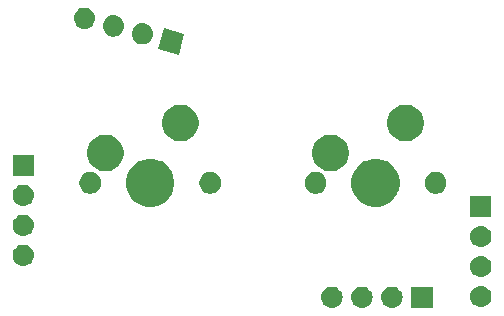
<source format=gbr>
G04 #@! TF.GenerationSoftware,KiCad,Pcbnew,(5.1.4)-1*
G04 #@! TF.CreationDate,2023-05-19T09:16:21-04:00*
G04 #@! TF.ProjectId,ThumbsUp,5468756d-6273-4557-902e-6b696361645f,rev?*
G04 #@! TF.SameCoordinates,Original*
G04 #@! TF.FileFunction,Soldermask,Top*
G04 #@! TF.FilePolarity,Negative*
%FSLAX46Y46*%
G04 Gerber Fmt 4.6, Leading zero omitted, Abs format (unit mm)*
G04 Created by KiCad (PCBNEW (5.1.4)-1) date 2023-05-19 09:16:21*
%MOMM*%
%LPD*%
G04 APERTURE LIST*
%ADD10C,0.100000*%
G04 APERTURE END LIST*
D10*
G36*
X191207132Y-357932045D02*
G01*
X189405132Y-357932045D01*
X189405132Y-356130045D01*
X191207132Y-356130045D01*
X191207132Y-357932045D01*
X191207132Y-357932045D01*
G37*
G36*
X185336574Y-356136563D02*
G01*
X185402759Y-356143082D01*
X185572598Y-356194602D01*
X185729123Y-356278267D01*
X185764861Y-356307597D01*
X185866318Y-356390859D01*
X185949580Y-356492316D01*
X185978910Y-356528054D01*
X186062575Y-356684579D01*
X186114095Y-356854418D01*
X186131491Y-357031045D01*
X186114095Y-357207672D01*
X186062575Y-357377511D01*
X185978910Y-357534036D01*
X185949580Y-357569774D01*
X185866318Y-357671231D01*
X185764861Y-357754493D01*
X185729123Y-357783823D01*
X185572598Y-357867488D01*
X185402759Y-357919008D01*
X185336574Y-357925527D01*
X185270392Y-357932045D01*
X185181872Y-357932045D01*
X185115690Y-357925527D01*
X185049505Y-357919008D01*
X184879666Y-357867488D01*
X184723141Y-357783823D01*
X184687403Y-357754493D01*
X184585946Y-357671231D01*
X184502684Y-357569774D01*
X184473354Y-357534036D01*
X184389689Y-357377511D01*
X184338169Y-357207672D01*
X184320773Y-357031045D01*
X184338169Y-356854418D01*
X184389689Y-356684579D01*
X184473354Y-356528054D01*
X184502684Y-356492316D01*
X184585946Y-356390859D01*
X184687403Y-356307597D01*
X184723141Y-356278267D01*
X184879666Y-356194602D01*
X185049505Y-356143082D01*
X185115690Y-356136563D01*
X185181872Y-356130045D01*
X185270392Y-356130045D01*
X185336574Y-356136563D01*
X185336574Y-356136563D01*
G37*
G36*
X182796574Y-356136563D02*
G01*
X182862759Y-356143082D01*
X183032598Y-356194602D01*
X183189123Y-356278267D01*
X183224861Y-356307597D01*
X183326318Y-356390859D01*
X183409580Y-356492316D01*
X183438910Y-356528054D01*
X183522575Y-356684579D01*
X183574095Y-356854418D01*
X183591491Y-357031045D01*
X183574095Y-357207672D01*
X183522575Y-357377511D01*
X183438910Y-357534036D01*
X183409580Y-357569774D01*
X183326318Y-357671231D01*
X183224861Y-357754493D01*
X183189123Y-357783823D01*
X183032598Y-357867488D01*
X182862759Y-357919008D01*
X182796574Y-357925527D01*
X182730392Y-357932045D01*
X182641872Y-357932045D01*
X182575690Y-357925527D01*
X182509505Y-357919008D01*
X182339666Y-357867488D01*
X182183141Y-357783823D01*
X182147403Y-357754493D01*
X182045946Y-357671231D01*
X181962684Y-357569774D01*
X181933354Y-357534036D01*
X181849689Y-357377511D01*
X181798169Y-357207672D01*
X181780773Y-357031045D01*
X181798169Y-356854418D01*
X181849689Y-356684579D01*
X181933354Y-356528054D01*
X181962684Y-356492316D01*
X182045946Y-356390859D01*
X182147403Y-356307597D01*
X182183141Y-356278267D01*
X182339666Y-356194602D01*
X182509505Y-356143082D01*
X182575690Y-356136563D01*
X182641872Y-356130045D01*
X182730392Y-356130045D01*
X182796574Y-356136563D01*
X182796574Y-356136563D01*
G37*
G36*
X187876574Y-356136563D02*
G01*
X187942759Y-356143082D01*
X188112598Y-356194602D01*
X188269123Y-356278267D01*
X188304861Y-356307597D01*
X188406318Y-356390859D01*
X188489580Y-356492316D01*
X188518910Y-356528054D01*
X188602575Y-356684579D01*
X188654095Y-356854418D01*
X188671491Y-357031045D01*
X188654095Y-357207672D01*
X188602575Y-357377511D01*
X188518910Y-357534036D01*
X188489580Y-357569774D01*
X188406318Y-357671231D01*
X188304861Y-357754493D01*
X188269123Y-357783823D01*
X188112598Y-357867488D01*
X187942759Y-357919008D01*
X187876574Y-357925527D01*
X187810392Y-357932045D01*
X187721872Y-357932045D01*
X187655690Y-357925527D01*
X187589505Y-357919008D01*
X187419666Y-357867488D01*
X187263141Y-357783823D01*
X187227403Y-357754493D01*
X187125946Y-357671231D01*
X187042684Y-357569774D01*
X187013354Y-357534036D01*
X186929689Y-357377511D01*
X186878169Y-357207672D01*
X186860773Y-357031045D01*
X186878169Y-356854418D01*
X186929689Y-356684579D01*
X187013354Y-356528054D01*
X187042684Y-356492316D01*
X187125946Y-356390859D01*
X187227403Y-356307597D01*
X187263141Y-356278267D01*
X187419666Y-356194602D01*
X187589505Y-356143082D01*
X187655690Y-356136563D01*
X187721872Y-356130045D01*
X187810392Y-356130045D01*
X187876574Y-356136563D01*
X187876574Y-356136563D01*
G37*
G36*
X195387430Y-356069092D02*
G01*
X195453614Y-356075610D01*
X195623453Y-356127130D01*
X195779978Y-356210795D01*
X195815716Y-356240125D01*
X195917173Y-356323387D01*
X196000435Y-356424844D01*
X196029765Y-356460582D01*
X196113430Y-356617107D01*
X196164950Y-356786946D01*
X196182346Y-356963573D01*
X196164950Y-357140200D01*
X196113430Y-357310039D01*
X196029765Y-357466564D01*
X196000435Y-357502302D01*
X195917173Y-357603759D01*
X195815716Y-357687021D01*
X195779978Y-357716351D01*
X195623453Y-357800016D01*
X195453614Y-357851536D01*
X195387430Y-357858054D01*
X195321247Y-357864573D01*
X195232727Y-357864573D01*
X195166544Y-357858054D01*
X195100360Y-357851536D01*
X194930521Y-357800016D01*
X194773996Y-357716351D01*
X194738258Y-357687021D01*
X194636801Y-357603759D01*
X194553539Y-357502302D01*
X194524209Y-357466564D01*
X194440544Y-357310039D01*
X194389024Y-357140200D01*
X194371628Y-356963573D01*
X194389024Y-356786946D01*
X194440544Y-356617107D01*
X194524209Y-356460582D01*
X194553539Y-356424844D01*
X194636801Y-356323387D01*
X194738258Y-356240125D01*
X194773996Y-356210795D01*
X194930521Y-356127130D01*
X195100360Y-356075610D01*
X195166544Y-356069092D01*
X195232727Y-356062573D01*
X195321247Y-356062573D01*
X195387430Y-356069092D01*
X195387430Y-356069092D01*
G37*
G36*
X195387429Y-353529091D02*
G01*
X195453614Y-353535610D01*
X195623453Y-353587130D01*
X195779978Y-353670795D01*
X195815716Y-353700125D01*
X195917173Y-353783387D01*
X196000435Y-353884844D01*
X196029765Y-353920582D01*
X196113430Y-354077107D01*
X196164950Y-354246946D01*
X196182346Y-354423573D01*
X196164950Y-354600200D01*
X196113430Y-354770039D01*
X196029765Y-354926564D01*
X196000435Y-354962302D01*
X195917173Y-355063759D01*
X195815716Y-355147021D01*
X195779978Y-355176351D01*
X195623453Y-355260016D01*
X195453614Y-355311536D01*
X195387429Y-355318055D01*
X195321247Y-355324573D01*
X195232727Y-355324573D01*
X195166545Y-355318055D01*
X195100360Y-355311536D01*
X194930521Y-355260016D01*
X194773996Y-355176351D01*
X194738258Y-355147021D01*
X194636801Y-355063759D01*
X194553539Y-354962302D01*
X194524209Y-354926564D01*
X194440544Y-354770039D01*
X194389024Y-354600200D01*
X194371628Y-354423573D01*
X194389024Y-354246946D01*
X194440544Y-354077107D01*
X194524209Y-353920582D01*
X194553539Y-353884844D01*
X194636801Y-353783387D01*
X194738258Y-353700125D01*
X194773996Y-353670795D01*
X194930521Y-353587130D01*
X195100360Y-353535610D01*
X195166545Y-353529091D01*
X195232727Y-353522573D01*
X195321247Y-353522573D01*
X195387429Y-353529091D01*
X195387429Y-353529091D01*
G37*
G36*
X156664932Y-352584621D02*
G01*
X156731116Y-352591139D01*
X156900955Y-352642659D01*
X157057480Y-352726324D01*
X157093218Y-352755654D01*
X157194675Y-352838916D01*
X157277937Y-352940373D01*
X157307267Y-352976111D01*
X157390932Y-353132636D01*
X157442452Y-353302475D01*
X157459848Y-353479102D01*
X157442452Y-353655729D01*
X157390932Y-353825568D01*
X157307267Y-353982093D01*
X157277937Y-354017831D01*
X157194675Y-354119288D01*
X157093218Y-354202550D01*
X157057480Y-354231880D01*
X156900955Y-354315545D01*
X156731116Y-354367065D01*
X156664931Y-354373584D01*
X156598749Y-354380102D01*
X156510229Y-354380102D01*
X156444047Y-354373584D01*
X156377862Y-354367065D01*
X156208023Y-354315545D01*
X156051498Y-354231880D01*
X156015760Y-354202550D01*
X155914303Y-354119288D01*
X155831041Y-354017831D01*
X155801711Y-353982093D01*
X155718046Y-353825568D01*
X155666526Y-353655729D01*
X155649130Y-353479102D01*
X155666526Y-353302475D01*
X155718046Y-353132636D01*
X155801711Y-352976111D01*
X155831041Y-352940373D01*
X155914303Y-352838916D01*
X156015760Y-352755654D01*
X156051498Y-352726324D01*
X156208023Y-352642659D01*
X156377862Y-352591139D01*
X156444046Y-352584621D01*
X156510229Y-352578102D01*
X156598749Y-352578102D01*
X156664932Y-352584621D01*
X156664932Y-352584621D01*
G37*
G36*
X195387430Y-350989092D02*
G01*
X195453614Y-350995610D01*
X195623453Y-351047130D01*
X195779978Y-351130795D01*
X195815716Y-351160125D01*
X195917173Y-351243387D01*
X196000435Y-351344844D01*
X196029765Y-351380582D01*
X196113430Y-351537107D01*
X196164950Y-351706946D01*
X196182346Y-351883573D01*
X196164950Y-352060200D01*
X196113430Y-352230039D01*
X196029765Y-352386564D01*
X196000435Y-352422302D01*
X195917173Y-352523759D01*
X195835069Y-352591139D01*
X195779978Y-352636351D01*
X195623453Y-352720016D01*
X195453614Y-352771536D01*
X195387429Y-352778055D01*
X195321247Y-352784573D01*
X195232727Y-352784573D01*
X195166545Y-352778055D01*
X195100360Y-352771536D01*
X194930521Y-352720016D01*
X194773996Y-352636351D01*
X194718905Y-352591139D01*
X194636801Y-352523759D01*
X194553539Y-352422302D01*
X194524209Y-352386564D01*
X194440544Y-352230039D01*
X194389024Y-352060200D01*
X194371628Y-351883573D01*
X194389024Y-351706946D01*
X194440544Y-351537107D01*
X194524209Y-351380582D01*
X194553539Y-351344844D01*
X194636801Y-351243387D01*
X194738258Y-351160125D01*
X194773996Y-351130795D01*
X194930521Y-351047130D01*
X195100360Y-350995610D01*
X195166544Y-350989092D01*
X195232727Y-350982573D01*
X195321247Y-350982573D01*
X195387430Y-350989092D01*
X195387430Y-350989092D01*
G37*
G36*
X156664932Y-350044621D02*
G01*
X156731116Y-350051139D01*
X156900955Y-350102659D01*
X157057480Y-350186324D01*
X157093218Y-350215654D01*
X157194675Y-350298916D01*
X157277937Y-350400373D01*
X157307267Y-350436111D01*
X157390932Y-350592636D01*
X157442452Y-350762475D01*
X157459848Y-350939102D01*
X157442452Y-351115729D01*
X157390932Y-351285568D01*
X157307267Y-351442093D01*
X157277937Y-351477831D01*
X157194675Y-351579288D01*
X157093218Y-351662550D01*
X157057480Y-351691880D01*
X156900955Y-351775545D01*
X156731116Y-351827065D01*
X156664931Y-351833584D01*
X156598749Y-351840102D01*
X156510229Y-351840102D01*
X156444047Y-351833584D01*
X156377862Y-351827065D01*
X156208023Y-351775545D01*
X156051498Y-351691880D01*
X156015760Y-351662550D01*
X155914303Y-351579288D01*
X155831041Y-351477831D01*
X155801711Y-351442093D01*
X155718046Y-351285568D01*
X155666526Y-351115729D01*
X155649130Y-350939102D01*
X155666526Y-350762475D01*
X155718046Y-350592636D01*
X155801711Y-350436111D01*
X155831041Y-350400373D01*
X155914303Y-350298916D01*
X156015760Y-350215654D01*
X156051498Y-350186324D01*
X156208023Y-350102659D01*
X156377862Y-350051139D01*
X156444046Y-350044621D01*
X156510229Y-350038102D01*
X156598749Y-350038102D01*
X156664932Y-350044621D01*
X156664932Y-350044621D01*
G37*
G36*
X196177987Y-350244573D02*
G01*
X194375987Y-350244573D01*
X194375987Y-348442573D01*
X196177987Y-348442573D01*
X196177987Y-350244573D01*
X196177987Y-350244573D01*
G37*
G36*
X186976019Y-345385602D02*
G01*
X187194019Y-345475901D01*
X187348168Y-345539751D01*
X187683093Y-345763541D01*
X187967922Y-346048370D01*
X188191712Y-346383295D01*
X188224107Y-346461504D01*
X188345861Y-346755444D01*
X188424445Y-347150512D01*
X188424445Y-347553324D01*
X188345861Y-347948392D01*
X188294996Y-348071190D01*
X188191712Y-348320541D01*
X187967922Y-348655466D01*
X187683093Y-348940295D01*
X187348168Y-349164085D01*
X187194019Y-349227935D01*
X186976019Y-349318234D01*
X186580951Y-349396818D01*
X186178139Y-349396818D01*
X185783071Y-349318234D01*
X185565071Y-349227935D01*
X185410922Y-349164085D01*
X185075997Y-348940295D01*
X184791168Y-348655466D01*
X184567378Y-348320541D01*
X184464094Y-348071190D01*
X184413229Y-347948392D01*
X184334645Y-347553324D01*
X184334645Y-347150512D01*
X184413229Y-346755444D01*
X184534983Y-346461504D01*
X184567378Y-346383295D01*
X184791168Y-346048370D01*
X185075997Y-345763541D01*
X185410922Y-345539751D01*
X185565071Y-345475901D01*
X185783071Y-345385602D01*
X186178139Y-345307018D01*
X186580951Y-345307018D01*
X186976019Y-345385602D01*
X186976019Y-345385602D01*
G37*
G36*
X167896474Y-345385602D02*
G01*
X168114474Y-345475901D01*
X168268623Y-345539751D01*
X168603548Y-345763541D01*
X168888377Y-346048370D01*
X169112167Y-346383295D01*
X169144562Y-346461504D01*
X169266316Y-346755444D01*
X169344900Y-347150512D01*
X169344900Y-347553324D01*
X169266316Y-347948392D01*
X169215451Y-348071190D01*
X169112167Y-348320541D01*
X168888377Y-348655466D01*
X168603548Y-348940295D01*
X168268623Y-349164085D01*
X168114474Y-349227935D01*
X167896474Y-349318234D01*
X167501406Y-349396818D01*
X167098594Y-349396818D01*
X166703526Y-349318234D01*
X166485526Y-349227935D01*
X166331377Y-349164085D01*
X165996452Y-348940295D01*
X165711623Y-348655466D01*
X165487833Y-348320541D01*
X165384549Y-348071190D01*
X165333684Y-347948392D01*
X165255100Y-347553324D01*
X165255100Y-347150512D01*
X165333684Y-346755444D01*
X165455438Y-346461504D01*
X165487833Y-346383295D01*
X165711623Y-346048370D01*
X165996452Y-345763541D01*
X166331377Y-345539751D01*
X166485526Y-345475901D01*
X166703526Y-345385602D01*
X167098594Y-345307018D01*
X167501406Y-345307018D01*
X167896474Y-345385602D01*
X167896474Y-345385602D01*
G37*
G36*
X156664932Y-347504621D02*
G01*
X156731116Y-347511139D01*
X156900955Y-347562659D01*
X157057480Y-347646324D01*
X157093218Y-347675654D01*
X157194675Y-347758916D01*
X157277937Y-347860373D01*
X157307267Y-347896111D01*
X157390932Y-348052636D01*
X157442452Y-348222475D01*
X157459848Y-348399102D01*
X157442452Y-348575729D01*
X157390932Y-348745568D01*
X157307267Y-348902093D01*
X157277937Y-348937831D01*
X157194675Y-349039288D01*
X157093218Y-349122550D01*
X157057480Y-349151880D01*
X156900955Y-349235545D01*
X156731116Y-349287065D01*
X156664932Y-349293583D01*
X156598749Y-349300102D01*
X156510229Y-349300102D01*
X156444046Y-349293583D01*
X156377862Y-349287065D01*
X156208023Y-349235545D01*
X156051498Y-349151880D01*
X156015760Y-349122550D01*
X155914303Y-349039288D01*
X155831041Y-348937831D01*
X155801711Y-348902093D01*
X155718046Y-348745568D01*
X155666526Y-348575729D01*
X155649130Y-348399102D01*
X155666526Y-348222475D01*
X155718046Y-348052636D01*
X155801711Y-347896111D01*
X155831041Y-347860373D01*
X155914303Y-347758916D01*
X156015760Y-347675654D01*
X156051498Y-347646324D01*
X156208023Y-347562659D01*
X156377862Y-347511139D01*
X156444046Y-347504621D01*
X156510229Y-347498102D01*
X156598749Y-347498102D01*
X156664932Y-347504621D01*
X156664932Y-347504621D01*
G37*
G36*
X162490104Y-346461503D02*
G01*
X162658626Y-346531307D01*
X162810291Y-346632646D01*
X162939272Y-346761627D01*
X163040611Y-346913292D01*
X163110415Y-347081814D01*
X163146000Y-347260715D01*
X163146000Y-347443121D01*
X163110415Y-347622022D01*
X163040611Y-347790544D01*
X162939272Y-347942209D01*
X162810291Y-348071190D01*
X162658626Y-348172529D01*
X162490104Y-348242333D01*
X162311203Y-348277918D01*
X162128797Y-348277918D01*
X161949896Y-348242333D01*
X161781374Y-348172529D01*
X161629709Y-348071190D01*
X161500728Y-347942209D01*
X161399389Y-347790544D01*
X161329585Y-347622022D01*
X161294000Y-347443121D01*
X161294000Y-347260715D01*
X161329585Y-347081814D01*
X161399389Y-346913292D01*
X161500728Y-346761627D01*
X161629709Y-346632646D01*
X161781374Y-346531307D01*
X161949896Y-346461503D01*
X162128797Y-346425918D01*
X162311203Y-346425918D01*
X162490104Y-346461503D01*
X162490104Y-346461503D01*
G37*
G36*
X181569649Y-346461503D02*
G01*
X181738171Y-346531307D01*
X181889836Y-346632646D01*
X182018817Y-346761627D01*
X182120156Y-346913292D01*
X182189960Y-347081814D01*
X182225545Y-347260715D01*
X182225545Y-347443121D01*
X182189960Y-347622022D01*
X182120156Y-347790544D01*
X182018817Y-347942209D01*
X181889836Y-348071190D01*
X181738171Y-348172529D01*
X181569649Y-348242333D01*
X181390748Y-348277918D01*
X181208342Y-348277918D01*
X181029441Y-348242333D01*
X180860919Y-348172529D01*
X180709254Y-348071190D01*
X180580273Y-347942209D01*
X180478934Y-347790544D01*
X180409130Y-347622022D01*
X180373545Y-347443121D01*
X180373545Y-347260715D01*
X180409130Y-347081814D01*
X180478934Y-346913292D01*
X180580273Y-346761627D01*
X180709254Y-346632646D01*
X180860919Y-346531307D01*
X181029441Y-346461503D01*
X181208342Y-346425918D01*
X181390748Y-346425918D01*
X181569649Y-346461503D01*
X181569649Y-346461503D01*
G37*
G36*
X172650104Y-346461503D02*
G01*
X172818626Y-346531307D01*
X172970291Y-346632646D01*
X173099272Y-346761627D01*
X173200611Y-346913292D01*
X173270415Y-347081814D01*
X173306000Y-347260715D01*
X173306000Y-347443121D01*
X173270415Y-347622022D01*
X173200611Y-347790544D01*
X173099272Y-347942209D01*
X172970291Y-348071190D01*
X172818626Y-348172529D01*
X172650104Y-348242333D01*
X172471203Y-348277918D01*
X172288797Y-348277918D01*
X172109896Y-348242333D01*
X171941374Y-348172529D01*
X171789709Y-348071190D01*
X171660728Y-347942209D01*
X171559389Y-347790544D01*
X171489585Y-347622022D01*
X171454000Y-347443121D01*
X171454000Y-347260715D01*
X171489585Y-347081814D01*
X171559389Y-346913292D01*
X171660728Y-346761627D01*
X171789709Y-346632646D01*
X171941374Y-346531307D01*
X172109896Y-346461503D01*
X172288797Y-346425918D01*
X172471203Y-346425918D01*
X172650104Y-346461503D01*
X172650104Y-346461503D01*
G37*
G36*
X191729649Y-346461503D02*
G01*
X191898171Y-346531307D01*
X192049836Y-346632646D01*
X192178817Y-346761627D01*
X192280156Y-346913292D01*
X192349960Y-347081814D01*
X192385545Y-347260715D01*
X192385545Y-347443121D01*
X192349960Y-347622022D01*
X192280156Y-347790544D01*
X192178817Y-347942209D01*
X192049836Y-348071190D01*
X191898171Y-348172529D01*
X191729649Y-348242333D01*
X191550748Y-348277918D01*
X191368342Y-348277918D01*
X191189441Y-348242333D01*
X191020919Y-348172529D01*
X190869254Y-348071190D01*
X190740273Y-347942209D01*
X190638934Y-347790544D01*
X190569130Y-347622022D01*
X190533545Y-347443121D01*
X190533545Y-347260715D01*
X190569130Y-347081814D01*
X190638934Y-346913292D01*
X190740273Y-346761627D01*
X190869254Y-346632646D01*
X191020919Y-346531307D01*
X191189441Y-346461503D01*
X191368342Y-346425918D01*
X191550748Y-346425918D01*
X191729649Y-346461503D01*
X191729649Y-346461503D01*
G37*
G36*
X157455489Y-346760102D02*
G01*
X155653489Y-346760102D01*
X155653489Y-344958102D01*
X157455489Y-344958102D01*
X157455489Y-346760102D01*
X157455489Y-346760102D01*
G37*
G36*
X163792585Y-343290720D02*
G01*
X163942410Y-343320522D01*
X164224674Y-343437439D01*
X164478705Y-343607177D01*
X164694741Y-343823213D01*
X164864479Y-344077244D01*
X164981396Y-344359508D01*
X165041000Y-344659158D01*
X165041000Y-344964678D01*
X164981396Y-345264328D01*
X164864479Y-345546592D01*
X164694741Y-345800623D01*
X164478705Y-346016659D01*
X164224674Y-346186397D01*
X163942410Y-346303314D01*
X163792585Y-346333116D01*
X163642761Y-346362918D01*
X163337239Y-346362918D01*
X163187415Y-346333116D01*
X163037590Y-346303314D01*
X162755326Y-346186397D01*
X162501295Y-346016659D01*
X162285259Y-345800623D01*
X162115521Y-345546592D01*
X161998604Y-345264328D01*
X161939000Y-344964678D01*
X161939000Y-344659158D01*
X161998604Y-344359508D01*
X162115521Y-344077244D01*
X162285259Y-343823213D01*
X162501295Y-343607177D01*
X162755326Y-343437439D01*
X163037590Y-343320522D01*
X163187415Y-343290720D01*
X163337239Y-343260918D01*
X163642761Y-343260918D01*
X163792585Y-343290720D01*
X163792585Y-343290720D01*
G37*
G36*
X182872130Y-343290720D02*
G01*
X183021955Y-343320522D01*
X183304219Y-343437439D01*
X183558250Y-343607177D01*
X183774286Y-343823213D01*
X183944024Y-344077244D01*
X184060941Y-344359508D01*
X184120545Y-344659158D01*
X184120545Y-344964678D01*
X184060941Y-345264328D01*
X183944024Y-345546592D01*
X183774286Y-345800623D01*
X183558250Y-346016659D01*
X183304219Y-346186397D01*
X183021955Y-346303314D01*
X182872130Y-346333116D01*
X182722306Y-346362918D01*
X182416784Y-346362918D01*
X182266960Y-346333116D01*
X182117135Y-346303314D01*
X181834871Y-346186397D01*
X181580840Y-346016659D01*
X181364804Y-345800623D01*
X181195066Y-345546592D01*
X181078149Y-345264328D01*
X181018545Y-344964678D01*
X181018545Y-344659158D01*
X181078149Y-344359508D01*
X181195066Y-344077244D01*
X181364804Y-343823213D01*
X181580840Y-343607177D01*
X181834871Y-343437439D01*
X182117135Y-343320522D01*
X182266960Y-343290720D01*
X182416784Y-343260918D01*
X182722306Y-343260918D01*
X182872130Y-343290720D01*
X182872130Y-343290720D01*
G37*
G36*
X170142585Y-340750720D02*
G01*
X170292410Y-340780522D01*
X170574674Y-340897439D01*
X170828705Y-341067177D01*
X171044741Y-341283213D01*
X171214479Y-341537244D01*
X171331396Y-341819508D01*
X171391000Y-342119158D01*
X171391000Y-342424678D01*
X171331396Y-342724328D01*
X171214479Y-343006592D01*
X171044741Y-343260623D01*
X170828705Y-343476659D01*
X170574674Y-343646397D01*
X170292410Y-343763314D01*
X170142585Y-343793116D01*
X169992761Y-343822918D01*
X169687239Y-343822918D01*
X169537415Y-343793116D01*
X169387590Y-343763314D01*
X169105326Y-343646397D01*
X168851295Y-343476659D01*
X168635259Y-343260623D01*
X168465521Y-343006592D01*
X168348604Y-342724328D01*
X168289000Y-342424678D01*
X168289000Y-342119158D01*
X168348604Y-341819508D01*
X168465521Y-341537244D01*
X168635259Y-341283213D01*
X168851295Y-341067177D01*
X169105326Y-340897439D01*
X169387590Y-340780522D01*
X169537415Y-340750720D01*
X169687239Y-340720918D01*
X169992761Y-340720918D01*
X170142585Y-340750720D01*
X170142585Y-340750720D01*
G37*
G36*
X189222130Y-340750720D02*
G01*
X189371955Y-340780522D01*
X189654219Y-340897439D01*
X189908250Y-341067177D01*
X190124286Y-341283213D01*
X190294024Y-341537244D01*
X190410941Y-341819508D01*
X190470545Y-342119158D01*
X190470545Y-342424678D01*
X190410941Y-342724328D01*
X190294024Y-343006592D01*
X190124286Y-343260623D01*
X189908250Y-343476659D01*
X189654219Y-343646397D01*
X189371955Y-343763314D01*
X189222130Y-343793116D01*
X189072306Y-343822918D01*
X188766784Y-343822918D01*
X188616960Y-343793116D01*
X188467135Y-343763314D01*
X188184871Y-343646397D01*
X187930840Y-343476659D01*
X187714804Y-343260623D01*
X187545066Y-343006592D01*
X187428149Y-342724328D01*
X187368545Y-342424678D01*
X187368545Y-342119158D01*
X187428149Y-341819508D01*
X187545066Y-341537244D01*
X187714804Y-341283213D01*
X187930840Y-341067177D01*
X188184871Y-340897439D01*
X188467135Y-340780522D01*
X188616960Y-340750720D01*
X188766784Y-340720918D01*
X189072306Y-340720918D01*
X189222130Y-340750720D01*
X189222130Y-340750720D01*
G37*
G36*
X170195102Y-334740029D02*
G01*
X169728710Y-336480627D01*
X167988112Y-336014235D01*
X168454504Y-334273637D01*
X170195102Y-334740029D01*
X170195102Y-334740029D01*
G37*
G36*
X166748598Y-333825251D02*
G01*
X166814782Y-333831769D01*
X166984621Y-333883289D01*
X167141146Y-333966954D01*
X167176884Y-333996284D01*
X167278341Y-334079546D01*
X167361603Y-334181003D01*
X167390933Y-334216741D01*
X167474598Y-334373266D01*
X167526118Y-334543105D01*
X167543514Y-334719732D01*
X167526118Y-334896359D01*
X167474598Y-335066198D01*
X167390933Y-335222723D01*
X167361603Y-335258461D01*
X167278341Y-335359918D01*
X167176884Y-335443180D01*
X167141146Y-335472510D01*
X166984621Y-335556175D01*
X166814782Y-335607695D01*
X166748598Y-335614213D01*
X166682415Y-335620732D01*
X166593895Y-335620732D01*
X166527712Y-335614213D01*
X166461528Y-335607695D01*
X166291689Y-335556175D01*
X166135164Y-335472510D01*
X166099426Y-335443180D01*
X165997969Y-335359918D01*
X165914707Y-335258461D01*
X165885377Y-335222723D01*
X165801712Y-335066198D01*
X165750192Y-334896359D01*
X165732796Y-334719732D01*
X165750192Y-334543105D01*
X165801712Y-334373266D01*
X165885377Y-334216741D01*
X165914707Y-334181003D01*
X165997969Y-334079546D01*
X166099426Y-333996284D01*
X166135164Y-333966954D01*
X166291689Y-333883289D01*
X166461528Y-333831769D01*
X166527712Y-333825251D01*
X166593895Y-333818732D01*
X166682415Y-333818732D01*
X166748598Y-333825251D01*
X166748598Y-333825251D01*
G37*
G36*
X164295146Y-333167849D02*
G01*
X164361331Y-333174368D01*
X164531170Y-333225888D01*
X164687695Y-333309553D01*
X164723433Y-333338883D01*
X164824890Y-333422145D01*
X164908152Y-333523602D01*
X164937482Y-333559340D01*
X165021147Y-333715865D01*
X165072667Y-333885704D01*
X165090063Y-334062331D01*
X165072667Y-334238958D01*
X165021147Y-334408797D01*
X164937482Y-334565322D01*
X164908152Y-334601060D01*
X164824890Y-334702517D01*
X164723433Y-334785779D01*
X164687695Y-334815109D01*
X164531170Y-334898774D01*
X164361331Y-334950294D01*
X164295147Y-334956812D01*
X164228964Y-334963331D01*
X164140444Y-334963331D01*
X164074261Y-334956812D01*
X164008077Y-334950294D01*
X163838238Y-334898774D01*
X163681713Y-334815109D01*
X163645975Y-334785779D01*
X163544518Y-334702517D01*
X163461256Y-334601060D01*
X163431926Y-334565322D01*
X163348261Y-334408797D01*
X163296741Y-334238958D01*
X163279345Y-334062331D01*
X163296741Y-333885704D01*
X163348261Y-333715865D01*
X163431926Y-333559340D01*
X163461256Y-333523602D01*
X163544518Y-333422145D01*
X163645975Y-333338883D01*
X163681713Y-333309553D01*
X163838238Y-333225888D01*
X164008077Y-333174368D01*
X164074262Y-333167849D01*
X164140444Y-333161331D01*
X164228964Y-333161331D01*
X164295146Y-333167849D01*
X164295146Y-333167849D01*
G37*
G36*
X161841695Y-332510450D02*
G01*
X161907879Y-332516968D01*
X162077718Y-332568488D01*
X162234243Y-332652153D01*
X162269981Y-332681483D01*
X162371438Y-332764745D01*
X162454700Y-332866202D01*
X162484030Y-332901940D01*
X162567695Y-333058465D01*
X162619215Y-333228304D01*
X162636611Y-333404931D01*
X162619215Y-333581558D01*
X162567695Y-333751397D01*
X162484030Y-333907922D01*
X162454700Y-333943660D01*
X162371438Y-334045117D01*
X162269981Y-334128379D01*
X162234243Y-334157709D01*
X162077718Y-334241374D01*
X161907879Y-334292894D01*
X161841694Y-334299413D01*
X161775512Y-334305931D01*
X161686992Y-334305931D01*
X161620810Y-334299413D01*
X161554625Y-334292894D01*
X161384786Y-334241374D01*
X161228261Y-334157709D01*
X161192523Y-334128379D01*
X161091066Y-334045117D01*
X161007804Y-333943660D01*
X160978474Y-333907922D01*
X160894809Y-333751397D01*
X160843289Y-333581558D01*
X160825893Y-333404931D01*
X160843289Y-333228304D01*
X160894809Y-333058465D01*
X160978474Y-332901940D01*
X161007804Y-332866202D01*
X161091066Y-332764745D01*
X161192523Y-332681483D01*
X161228261Y-332652153D01*
X161384786Y-332568488D01*
X161554625Y-332516968D01*
X161620809Y-332510450D01*
X161686992Y-332503931D01*
X161775512Y-332503931D01*
X161841695Y-332510450D01*
X161841695Y-332510450D01*
G37*
M02*

</source>
